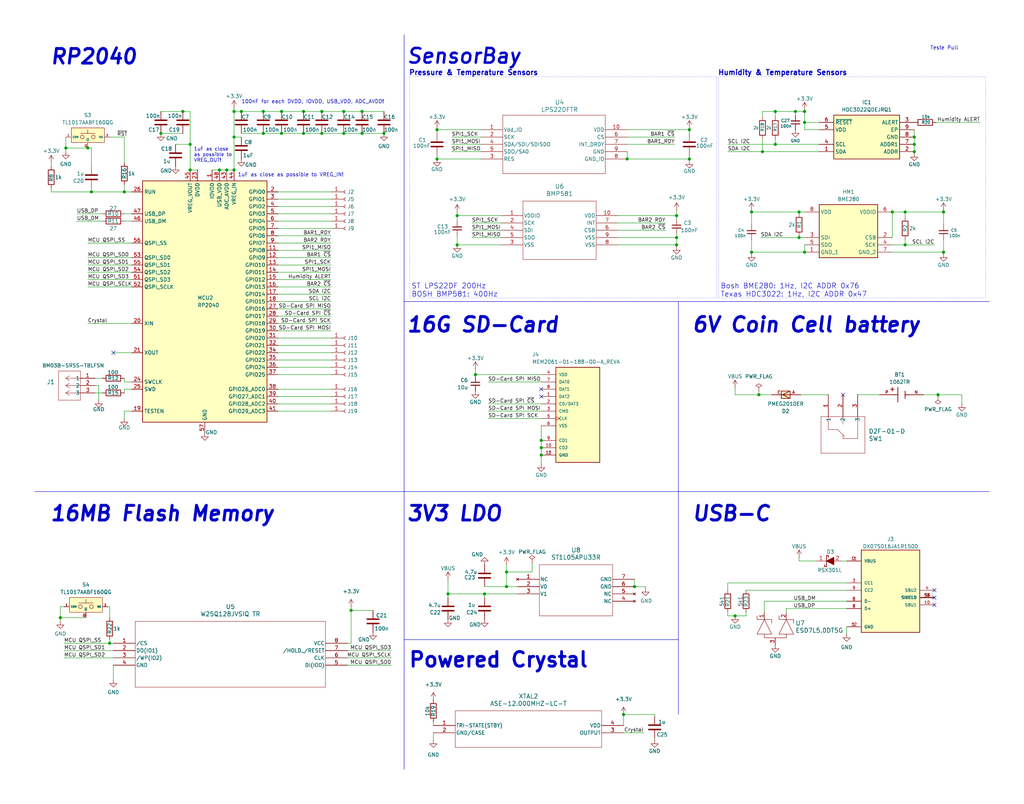
<source format=kicad_sch>
(kicad_sch (version 20250114) (generator "eeschema") (generator_version "9.0")
  (paper "User" 355.6 279.4)
  (title_block (title "PocketStat") (date "2025-02-25") (rev "1.0") (company "Porto Space Team") (comment 1 "Miguel Amorim"))
  (rectangle (start 249.555 26.67) (end 342.265 103.505) (stroke (width 0) (type dot)))
  (rectangle (start 142.24 26.67) (end 248.92 103.505) (stroke (width 0) (type dot)))
  (text "ST LPS22DF 200Hz\nBOSH BMP581: 400Hz" (at 142.875 100.965 0) (effects (font (size 1.778 1.778)) (justify left)))
  (text "SensorBay" (at 140.97 19.685 0) (effects (font (size 5.08 5.08) (thickness 0.8636) (bold yes) (italic yes)) (justify left)))
  (text "100nF for each DVDD, IOVDD, USB_VDD, ADC_AVDD!" (at 83.82 36.195 0) (effects (font (size 1.27 1.27)) (justify left bottom)))
  (text "3V3 LDO" (at 140.97 181.61 0) (effects (font (size 5.08 5.08) (bold yes) (italic yes)) (justify left bottom)))
  (text "RP2040" (at 17.145 22.86 0) (effects (font (size 5.08 5.08) (thickness 1) (bold yes) (italic yes)) (justify left bottom)))
  (text "USB-C" (at 240.03 181.61 0) (effects (font (size 5.08 5.08) (bold yes) (italic yes)) (justify left bottom)))
  (text "Powered Crystal" (at 141.605 232.41 0) (effects (font (size 5.08 5.08) (bold yes)) (justify left bottom)))
  (text "Humidity & Temperature Sensors" (at 271.78 25.4 0) (effects (font (size 1.778 1.778) (thickness 0.3556) (bold yes))))
  (text "16G SD-Card" (at 140.97 113.03 0) (effects (font (size 5.08 5.08) (thickness 1.016) (bold yes) (italic yes)) (justify left)))
  (text "6V Coin Cell battery\n" (at 240.03 113.03 0) (effects (font (size 5.08 5.08) (thickness 1.016) (bold yes) (italic yes)) (justify left)))
  (text "Pressure & Temperature Sensors" (at 164.465 25.4 0) (effects (font (size 1.778 1.778) (thickness 0.3556) (bold yes))))
  (text "16MB Flash Memory" (at 17.145 181.61 0) (effects (font (size 5.08 5.08) (bold yes) (italic yes)) (justify left bottom)))
  (text "Bosh BME280: 1Hz, I2C ADDR 0x76\nTexas HDC3022: 1Hz, I2C ADDR 0x47" (at 250.19 100.965 0) (effects (font (size 1.778 1.778)) (justify left)))
  (text "1uF as close \nas possible to \nVREG_OUT!" (at 67.31 56.515 0) (effects (font (size 1.2 1.2)) (justify left bottom)))
  (text "Teste Pull\n" (at 327.914 16.764 0) (effects (font (size 1.27 1.27))))
  (text "1uF as close as possible to VREG_IN!" (at 82.55 61.595 0) (effects (font (size 1.27 1.27)) (justify left bottom)))
  (junction (at 309.88 73.66))
  (junction (at 22.86 51.435))
  (junction (at 125.73 46.355))
  (junction (at 234.95 82.55))
  (junction (at 327.66 87.63))
  (junction (at 269.24 38.735))
  (junction (at 111.76 38.735))
  (junction (at 277.495 73.66))
  (junction (at 260.985 73.66))
  (junction (at 217.805 55.245))
  (junction (at 83.82 38.735))
  (junction (at 121.92 212.09))
  (junction (at 279.4 42.545))
  (junction (at 260.985 87.63))
  (junction (at 255.27 213.995))
  (junction (at 43.18 66.675))
  (junction (at 314.325 73.66))
  (junction (at 111.76 46.355))
  (junction (at 317.5 52.705))
  (junction (at 277.495 82.55))
  (junction (at 66.04 50.165))
  (junction (at 63.5 38.735))
  (junction (at 168.275 206.375))
  (junction (at 105.41 46.355))
  (junction (at 165.1 130.175))
  (junction (at 31.75 66.675))
  (junction (at 78.74 59.055))
  (junction (at 38.1 223.52))
  (junction (at 216.535 248.285))
  (junction (at 234.95 85.09))
  (junction (at 263.525 137.16))
  (junction (at 91.44 46.355))
  (junction (at 81.28 59.055))
  (junction (at 76.2 59.055))
  (junction (at 317.5 47.625))
  (junction (at 119.38 46.355))
  (junction (at 155.575 206.375))
  (junction (at 187.96 153.035))
  (junction (at 97.79 46.355))
  (junction (at 66.04 59.055))
  (junction (at 239.395 55.245))
  (junction (at 175.895 203.835))
  (junction (at 314.325 85.09))
  (junction (at 55.88 46.355))
  (junction (at 175.895 198.755))
  (junction (at 151.765 45.085))
  (junction (at 187.96 158.115))
  (junction (at 105.41 38.735))
  (junction (at 158.75 74.93))
  (junction (at 133.35 46.355))
  (junction (at 97.79 38.735))
  (junction (at 81.28 47.625))
  (junction (at 91.44 38.735))
  (junction (at 269.24 50.165))
  (junction (at 327.66 73.66))
  (junction (at 187.96 155.575))
  (junction (at 20.955 214.63))
  (junction (at 276.225 38.735))
  (junction (at 158.75 85.09))
  (junction (at 30.48 51.435))
  (junction (at 239.395 45.085))
  (junction (at 279.4 87.63))
  (junction (at 325.755 137.16))
  (junction (at 317.5 50.165))
  (junction (at 234.95 74.93))
  (junction (at 220.345 203.835))
  (junction (at 279.4 38.735))
  (junction (at 264.795 52.705))
  (junction (at 125.73 38.735))
  (junction (at 81.28 38.735))
  (junction (at 119.38 38.735))
  (junction (at 151.765 55.245))
  (no_connect (at 39.37 122.555))
  (no_connect (at 324.485 205.105))
  (no_connect (at 292.735 137.16))
  (no_connect (at 324.485 210.185))
  (no_connect (at 324.485 207.645))
  (no_connect (at 187.96 137.795))
  (no_connect (at 187.96 135.255))
  (wire (pts (xy 73.66 59.055) (xy 76.2 59.055)))
  (wire (pts (xy 265.43 208.915) (xy 265.43 212.725)))
  (wire (pts (xy 96.52 130.175) (xy 114.935 130.175)))
  (wire (pts (xy 234.95 81.28) (xy 234.95 82.55)))
  (wire (pts (xy 239.395 55.245) (xy 239.395 53.975)))
  (wire (pts (xy 217.805 50.165) (xy 234.315 50.165)))
  (wire (pts (xy 66.04 50.165) (xy 66.04 38.735)))
  (wire (pts (xy 22.86 51.435) (xy 22.86 52.705)))
  (wire (pts (xy 168.275 207.645) (xy 168.275 206.375)))
  (wire (pts (xy 38.1 210.82) (xy 38.1 214.63)))
  (wire (pts (xy 277.495 82.55) (xy 279.4 82.55)))
  (wire (pts (xy 269.24 38.735) (xy 276.225 38.735)))
  (wire (pts (xy 187.96 158.115) (xy 187.96 155.575)))
  (wire (pts (xy 187.96 158.115) (xy 187.96 161.29)))
  (wire (pts (xy 120.65 228.6) (xy 135.89 228.6)))
  (wire (pts (xy 276.225 40.005) (xy 276.225 38.735)))
  (wire (pts (xy 96.52 71.755) (xy 114.935 71.755)))
  (wire (pts (xy 81.28 38.735) (xy 81.28 47.625)))
  (wire (pts (xy 43.18 74.295) (xy 45.72 74.295)))
  (wire (pts (xy 96.52 127.635) (xy 114.935 127.635)))
  (wire (pts (xy 125.73 38.735) (xy 133.35 38.735)))
  (wire (pts (xy 239.395 55.88) (xy 239.395 55.245)))
  (wire (pts (xy 273.05 211.455) (xy 273.05 212.725)))
  (wire (pts (xy 169.545 140.335) (xy 187.96 140.335)))
  (wire (pts (xy 20.955 210.82) (xy 20.955 214.63)))
  (wire (pts (xy 30.48 97.155) (xy 45.72 97.155)))
  (wire (pts (xy 39.37 231.14) (xy 39.37 236.22)))
  (wire (pts (xy 120.65 226.06) (xy 135.89 226.06)))
  (wire (pts (xy 96.52 79.375) (xy 114.935 79.375)))
  (wire (pts (xy 20.955 214.63) (xy 29.845 214.63)))
  (wire (pts (xy 33.02 136.525) (xy 35.56 136.525)))
  (wire (pts (xy 43.18 142.875) (xy 45.72 142.875)))
  (wire (pts (xy 260.985 73.66) (xy 277.495 73.66)))
  (wire (pts (xy 96.52 74.295) (xy 114.935 74.295)))
  (wire (pts (xy 81.28 47.625) (xy 81.28 59.055)))
  (wire (pts (xy 309.88 85.09) (xy 314.325 85.09)))
  (wire (pts (xy 325.12 42.545) (xy 340.36 42.545)))
  (wire (pts (xy 277.495 194.945) (xy 283.21 194.945)))
  (wire (pts (xy 31.75 51.435) (xy 30.48 51.435)))
  (wire (pts (xy 96.52 81.915) (xy 114.935 81.915)))
  (wire (pts (xy 314.325 83.185) (xy 314.325 85.09)))
  (wire (pts (xy 314.325 73.66) (xy 327.66 73.66)))
  (wire (pts (xy 273.05 211.455) (xy 294.005 211.455)))
  (wire (pts (xy 168.275 206.375) (xy 179.705 206.375)))
  (wire (pts (xy 169.545 145.415) (xy 187.96 145.415)))
  (wire (pts (xy 264.795 38.735) (xy 264.795 40.64)))
  (wire (pts (xy 317.5 47.625) (xy 317.5 50.165)))
  (wire (pts (xy 39.37 122.555) (xy 45.72 122.555)))
  (wire (pts (xy 163.83 80.01) (xy 173.99 80.01)))
  (wire (pts (xy 96.52 125.095) (xy 114.935 125.095)))
  (wire (pts (xy 317.5 45.085) (xy 317.5 47.625)))
  (wire (pts (xy 279.4 85.09) (xy 279.4 87.63)))
  (wire (pts (xy 96.52 69.215) (xy 114.935 69.215)))
  (wire (pts (xy 66.04 59.055) (xy 68.58 59.055)))
  (wire (pts (xy 234.95 73.025) (xy 234.95 74.93)))
  (wire (pts (xy 255.27 213.995) (xy 252.73 213.995)))
  (wire (pts (xy 255.27 134.62) (xy 255.27 137.16)))
  (wire (pts (xy 167.005 55.245) (xy 151.765 55.245)))
  (wire (pts (xy 217.805 55.245) (xy 239.395 55.245)))
  (wire (pts (xy 96.52 120.015) (xy 114.935 120.015)))
  (wire (pts (xy 175.895 196.215) (xy 175.895 198.755)))
  (wire (pts (xy 294.005 220.345) (xy 294.005 217.805)))
  (wire (pts (xy 327.66 87.63) (xy 327.66 88.265)))
  (wire (pts (xy 187.96 147.955) (xy 187.96 153.035)))
  (wire (pts (xy 234.95 74.93) (xy 234.95 76.2)))
  (wire (pts (xy 91.44 46.355) (xy 97.79 46.355)))
  (wire (pts (xy 30.48 84.455) (xy 45.72 84.455)))
  (wire (pts (xy 96.52 122.555) (xy 114.935 122.555)))
  (wire (pts (xy 97.79 38.735) (xy 91.44 38.735)))
  (wire (pts (xy 43.18 145.415) (xy 43.18 142.875)))
  (wire (pts (xy 43.18 136.525) (xy 43.18 135.255)))
  (wire (pts (xy 31.75 51.435) (xy 31.75 57.785)))
  (wire (pts (xy 325.755 137.16) (xy 325.755 137.795)))
  (wire (pts (xy 325.755 137.16) (xy 334.01 137.16)))
  (wire (pts (xy 31.75 66.675) (xy 17.78 66.675)))
  (wire (pts (xy 264.795 52.705) (xy 284.48 52.705)))
  (wire (pts (xy 269.24 48.26) (xy 269.24 50.165)))
  (wire (pts (xy 151.765 44.45) (xy 151.765 45.085)))
  (wire (pts (xy 55.88 46.355) (xy 63.5 46.355)))
  (wire (pts (xy 96.52 99.695) (xy 114.935 99.695)))
  (wire (pts (xy 96.52 94.615) (xy 114.935 94.615)))
  (polyline (pts (xy 140.335 12.065) (xy 140.335 104.775)))
  (wire (pts (xy 317.5 50.165) (xy 317.5 52.705)))
  (wire (pts (xy 292.1 194.945) (xy 294.005 194.945)))
  (wire (pts (xy 125.73 38.735) (xy 119.38 38.735)))
  (wire (pts (xy 55.88 38.735) (xy 63.5 38.735)))
  (wire (pts (xy 96.52 137.795) (xy 114.935 137.795)))
  (wire (pts (xy 327.66 78.105) (xy 327.66 73.66)))
  (wire (pts (xy 279.4 38.735) (xy 279.4 38.1)))
  (wire (pts (xy 26.67 74.295) (xy 35.56 74.295)))
  (polyline (pts (xy 140.335 222.25) (xy 235.585 222.25)))
  (wire (pts (xy 263.525 137.16) (xy 267.97 137.16)))
  (wire (pts (xy 234.95 85.725) (xy 234.95 85.09)))
  (wire (pts (xy 214.63 77.47) (xy 231.14 77.47)))
  (polyline (pts (xy 140.335 104.775) (xy 140.335 267.335)))
  (wire (pts (xy 96.52 102.235) (xy 114.935 102.235)))
  (wire (pts (xy 151.765 45.085) (xy 167.005 45.085)))
  (wire (pts (xy 220.345 201.295) (xy 220.345 203.835)))
  (wire (pts (xy 121.92 212.09) (xy 129.54 212.09)))
  (wire (pts (xy 96.52 135.255) (xy 114.935 135.255)))
  (wire (pts (xy 175.895 203.835) (xy 179.705 203.835)))
  (wire (pts (xy 263.525 137.16) (xy 255.27 137.16)))
  (wire (pts (xy 30.48 112.395) (xy 45.72 112.395)))
  (wire (pts (xy 163.83 77.47) (xy 173.99 77.47)))
  (wire (pts (xy 214.63 82.55) (xy 234.95 82.55)))
  (wire (pts (xy 277.495 73.66) (xy 279.4 73.66)))
  (wire (pts (xy 175.895 198.755) (xy 184.785 198.755)))
  (wire (pts (xy 81.28 37.465) (xy 81.28 38.735)))
  (wire (pts (xy 227.33 256.54) (xy 227.33 257.175)))
  (wire (pts (xy 277.495 73.66) (xy 277.495 74.295)))
  (wire (pts (xy 96.52 114.935) (xy 114.935 114.935)))
  (wire (pts (xy 217.805 45.085) (xy 239.395 45.085)))
  (wire (pts (xy 165.1 128.27) (xy 165.1 130.175)))
  (wire (pts (xy 97.79 46.355) (xy 105.41 46.355)))
  (wire (pts (xy 216.535 248.285) (xy 227.33 248.285)))
  (wire (pts (xy 214.63 85.09) (xy 234.95 85.09)))
  (wire (pts (xy 158.75 85.09) (xy 173.99 85.09)))
  (wire (pts (xy 125.73 46.355) (xy 133.35 46.355)))
  (wire (pts (xy 30.48 92.075) (xy 45.72 92.075)))
  (wire (pts (xy 34.29 133.985) (xy 34.29 139.065)))
  (wire (pts (xy 22.225 210.82) (xy 20.955 210.82)))
  (wire (pts (xy 279.4 42.545) (xy 279.4 45.085)))
  (wire (pts (xy 91.44 38.735) (xy 83.82 38.735)))
  (wire (pts (xy 38.1 47.625) (xy 43.18 47.625)))
  (wire (pts (xy 43.18 66.675) (xy 45.72 66.675)))
  (polyline (pts (xy 140.335 170.815) (xy 343.535 170.815)))
  (wire (pts (xy 158.75 81.915) (xy 158.75 85.09)))
  (wire (pts (xy 43.18 47.625) (xy 43.18 56.515)))
  (wire (pts (xy 214.63 80.01) (xy 231.14 80.01)))
  (wire (pts (xy 327.66 73.025) (xy 327.66 73.66)))
  (wire (pts (xy 96.52 66.675) (xy 114.935 66.675)))
  (wire (pts (xy 66.04 38.735) (xy 63.5 38.735)))
  (wire (pts (xy 20.955 214.63) (xy 20.955 215.9)))
  (wire (pts (xy 317.5 52.705) (xy 317.5 53.34)))
  (wire (pts (xy 216.535 248.285) (xy 216.535 252.095)))
  (wire (pts (xy 305.435 137.16) (xy 297.815 137.16)))
  (wire (pts (xy 111.76 38.735) (xy 105.41 38.735)))
  (wire (pts (xy 96.52 142.875) (xy 114.935 142.875)))
  (wire (pts (xy 260.985 73.025) (xy 260.985 73.66)))
  (wire (pts (xy 30.48 51.435) (xy 22.86 51.435)))
  (wire (pts (xy 39.37 228.6) (xy 22.225 228.6)))
  (wire (pts (xy 83.82 46.355) (xy 91.44 46.355)))
  (wire (pts (xy 96.52 107.315) (xy 114.935 107.315)))
  (wire (pts (xy 156.845 52.705) (xy 167.005 52.705)))
  (wire (pts (xy 66.04 50.165) (xy 66.04 59.055)))
  (wire (pts (xy 96.52 84.455) (xy 114.935 84.455)))
  (wire (pts (xy 33.02 131.445) (xy 35.56 131.445)))
  (wire (pts (xy 264.795 38.735) (xy 269.24 38.735)))
  (polyline (pts (xy 12.065 170.815) (xy 140.335 170.815)))
  (wire (pts (xy 327.66 83.185) (xy 327.66 87.63)))
  (wire (pts (xy 30.48 89.535) (xy 45.72 89.535)))
  (wire (pts (xy 158.75 73.66) (xy 158.75 74.93)))
  (wire (pts (xy 294.005 205.105) (xy 259.08 205.105)))
  (wire (pts (xy 269.24 50.165) (xy 284.48 50.165)))
  (wire (pts (xy 43.18 132.715) (xy 45.72 132.715)))
  (wire (pts (xy 43.18 76.835) (xy 45.72 76.835)))
  (wire (pts (xy 60.96 50.165) (xy 66.04 50.165)))
  (wire (pts (xy 96.52 86.995) (xy 114.935 86.995)))
  (wire (pts (xy 83.82 38.735) (xy 81.28 38.735)))
  (wire (pts (xy 278.13 137.16) (xy 287.655 137.16)))
  (wire (pts (xy 314.325 73.66) (xy 314.325 75.565)))
  (wire (pts (xy 234.95 82.55) (xy 234.95 85.09)))
  (wire (pts (xy 26.67 76.835) (xy 35.56 76.835)))
  (wire (pts (xy 96.52 89.535) (xy 114.935 89.535)))
  (wire (pts (xy 17.78 66.675) (xy 17.78 65.405)))
  (wire (pts (xy 259.08 213.995) (xy 255.27 213.995)))
  (wire (pts (xy 309.88 73.66) (xy 309.88 82.55)))
  (wire (pts (xy 22.86 47.625) (xy 22.86 51.435)))
  (wire (pts (xy 155.575 206.375) (xy 168.275 206.375)))
  (wire (pts (xy 96.52 117.475) (xy 114.935 117.475)))
  (wire (pts (xy 96.52 92.075) (xy 114.935 92.075)))
  (wire (pts (xy 320.675 137.16) (xy 325.755 137.16)))
  (wire (pts (xy 252.73 205.105) (xy 252.73 202.565)))
  (wire (pts (xy 17.78 56.515) (xy 17.78 57.785)))
  (wire (pts (xy 31.75 66.675) (xy 31.75 65.405)))
  (wire (pts (xy 227.33 248.285) (xy 227.33 248.92)))
  (wire (pts (xy 119.38 46.355) (xy 125.73 46.355)))
  (wire (pts (xy 81.28 47.625) (xy 83.82 47.625)))
  (wire (pts (xy 96.52 140.335) (xy 114.935 140.335)))
  (wire (pts (xy 39.37 226.06) (xy 22.225 226.06)))
  (wire (pts (xy 252.73 213.995) (xy 252.73 212.725)))
  (wire (pts (xy 151.765 53.975) (xy 151.765 55.245)))
  (wire (pts (xy 96.52 76.835) (xy 114.935 76.835)))
  (wire (pts (xy 217.805 52.705) (xy 217.805 55.245)))
  (wire (pts (xy 96.52 104.775) (xy 114.935 104.775)))
  (wire (pts (xy 111.76 46.355) (xy 119.38 46.355)))
  (wire (pts (xy 43.18 64.135) (xy 43.18 66.675)))
  (wire (pts (xy 259.08 212.725) (xy 259.08 213.995)))
  (wire (pts (xy 150.495 250.825) (xy 150.495 252.095)))
  (wire (pts (xy 31.75 66.675) (xy 43.18 66.675)))
  (wire (pts (xy 175.895 198.755) (xy 175.895 203.835)))
  (wire (pts (xy 155.575 206.375) (xy 155.575 207.645)))
  (wire (pts (xy 38.1 222.25) (xy 38.1 223.52)))
  (wire (pts (xy 265.43 208.915) (xy 294.005 208.915)))
  (wire (pts (xy 119.38 38.735) (xy 111.76 38.735)))
  (wire (pts (xy 105.41 46.355) (xy 111.76 46.355)))
  (wire (pts (xy 96.52 112.395) (xy 114.935 112.395)))
  (wire (pts (xy 169.545 132.715) (xy 187.96 132.715)))
  (wire (pts (xy 264.16 82.55) (xy 277.495 82.55)))
  (wire (pts (xy 224.155 203.835) (xy 220.345 203.835)))
  (wire (pts (xy 314.325 85.09) (xy 324.485 85.09)))
  (wire (pts (xy 260.985 87.63) (xy 260.985 88.265)))
  (wire (pts (xy 158.75 76.835) (xy 158.75 74.93)))
  (wire (pts (xy 260.985 78.105) (xy 260.985 73.66)))
  (wire (pts (xy 263.525 135.89) (xy 263.525 137.16)))
  (wire (pts (xy 217.805 47.625) (xy 234.315 47.625)))
  (wire (pts (xy 121.92 212.09) (xy 121.92 210.82)))
  (wire (pts (xy 38.1 210.82) (xy 37.465 210.82)))
  (wire (pts (xy 33.02 133.985) (xy 34.29 133.985)))
  (wire (pts (xy 150.495 254.635) (xy 150.495 257.175)))
  (wire (pts (xy 214.63 74.93) (xy 234.95 74.93)))
  (wire (pts (xy 284.48 45.085) (xy 279.4 45.085)))
  (wire (pts (xy 38.1 223.52) (xy 39.37 223.52)))
  (wire (pts (xy 96.52 109.855) (xy 114.935 109.855)))
  (wire (pts (xy 277.495 193.675) (xy 277.495 194.945)))
  (wire (pts (xy 155.575 201.295) (xy 155.575 206.375)))
  (wire (pts (xy 168.275 203.835) (xy 175.895 203.835)))
  (wire (pts (xy 163.83 82.55) (xy 173.99 82.55)))
  (wire (pts (xy 121.92 223.52) (xy 121.92 212.09)))
  (wire (pts (xy 184.785 198.755) (xy 184.785 195.58)))
  (wire (pts (xy 120.65 223.52) (xy 121.92 223.52)))
  (wire (pts (xy 309.88 73.66) (xy 314.325 73.66)))
  (wire (pts (xy 187.96 153.035) (xy 187.96 155.575)))
  (wire (pts (xy 279.4 42.545) (xy 284.48 42.545)))
  (wire (pts (xy 22.225 223.52) (xy 38.1 223.52)))
  (wire (pts (xy 239.395 44.45) (xy 239.395 45.085)))
  (wire (pts (xy 276.225 38.735) (xy 279.4 38.735)))
  (wire (pts (xy 43.18 135.255) (xy 45.72 135.255)))
  (wire (pts (xy 224.155 204.47) (xy 224.155 203.835)))
  (wire (pts (xy 158.75 74.93) (xy 173.99 74.93)))
  (wire (pts (xy 279.4 38.735) (xy 279.4 42.545)))
  (wire (pts (xy 43.18 132.715) (xy 43.18 131.445)))
  (wire (pts (xy 260.985 83.185) (xy 260.985 87.63)))
  (polyline (pts (xy 140.335 104.775) (xy 343.535 104.775)))
  (wire (pts (xy 277.495 81.915) (xy 277.495 82.55)))
  (wire (pts (xy 260.985 87.63) (xy 279.4 87.63)))
  (wire (pts (xy 76.2 59.055) (xy 78.74 59.055)))
  (wire (pts (xy 264.795 48.26) (xy 264.795 52.705)))
  (wire (pts (xy 309.88 87.63) (xy 327.66 87.63)))
  (wire (pts (xy 269.24 38.735) (xy 269.24 40.64)))
  (wire (pts (xy 96.52 97.155) (xy 114.935 97.155)))
  (wire (pts (xy 156.845 50.165) (xy 167.005 50.165)))
  (wire (pts (xy 334.01 137.16) (xy 334.01 140.335)))
  (wire (pts (xy 165.1 130.175) (xy 187.96 130.175)))
  (wire (pts (xy 120.65 231.14) (xy 135.89 231.14)))
  (wire (pts (xy 30.48 99.695) (xy 45.72 99.695)))
  (wire (pts (xy 169.545 142.875) (xy 187.96 142.875)))
  (polyline (pts (xy 235.585 104.775) (xy 235.585 248.285)))
  (wire (pts (xy 239.395 45.085) (xy 239.395 46.355)))
  (wire (pts (xy 156.845 47.625) (xy 167.005 47.625)))
  (wire (pts (xy 252.73 52.705) (xy 264.795 52.705)))
  (wire (pts (xy 105.41 38.735) (xy 97.79 38.735)))
  (wire (pts (xy 165.1 130.175) (xy 165.1 130.81)))
  (wire (pts (xy 78.74 59.055) (xy 81.28 59.055)))
  (wire (pts (xy 252.73 202.565) (xy 294.005 202.565)))
  (wire (pts (xy 216.535 254.635) (xy 223.52 254.635)))
  (wire (pts (xy 252.73 50.165) (xy 269.24 50.165)))
  (wire (pts (xy 151.765 46.355) (xy 151.765 45.085)))
  (wire (pts (xy 30.48 94.615) (xy 45.72 94.615)))
  (label "Crystal" (at 30.48 112.395 0))
  (label "SD-Card SPI ~{CS}" (at 114.935 109.855 180))
  (label "SCL I2C" (at 324.485 85.09 180))
  (label "MCU QSPI_SD3" (at 30.48 97.155 0))
  (label "MCU QSPI_SCLK" (at 135.89 228.6 180))
  (label "MCU QSPI_SD2" (at 30.48 94.615 0))
  (label "MCU QSPI_SD0" (at 30.48 89.535 0))
  (label "USB_DP" (at 275.59 211.455 0))
  (label "SPI1_MOSI" (at 156.845 50.165 0))
  (label "MCU QSPI_SS" (at 22.225 223.52 0))
  (label "BAR2 ~{CS}" (at 114.935 99.695 180))
  (label "MCU QSPI_SCLK" (at 30.48 99.695 0))
  (label "MCU QSPI_SD2" (at 22.225 228.6 0))
  (label "SD-Card SPI MOSI" (at 114.935 114.935 180))
  (label "SDA I2C" (at 252.73 52.705 0))
  (label "SD-Card SPI SCK" (at 114.935 112.395 180))
  (label "MCU QSPI_SS" (at 30.48 84.455 0))
  (label "MCU QSPI_SD1" (at 22.225 226.06 0))
  (label "USB_DP" (at 26.67 74.295 0))
  (label "SPI1_MISO" (at 163.83 82.55 0))
  (label "Humidity ALERT" (at 114.935 97.155 180))
  (label "BAR2 RDY" (at 114.935 84.455 180))
  (label "SD-Card SPI SCK" (at 169.545 145.415 0))
  (label "SPI1_SCK" (at 163.83 77.47 0))
  (label "SPI1_MOSI" (at 163.83 80.01 0))
  (label "SCL I2C" (at 252.73 50.165 0))
  (label "SD-Card SPI MOSI" (at 169.545 142.875 0))
  (label "SPI1_MISO" (at 156.845 52.705 0))
  (label "SPI1_MISO" (at 114.935 86.995 180))
  (label "BAR2 ~{CS}" (at 231.14 80.01 180))
  (label "SD-Card SPI MISO" (at 169.545 132.715 0))
  (label "Humidity ALERT" (at 340.36 42.545 180))
  (label "SDA I2C" (at 114.935 102.235 180))
  (label "BAR1_RDY" (at 114.935 81.915 180))
  (label "SPI1_SCK" (at 156.845 47.625 0))
  (label "SDA I2C" (at 264.16 82.55 0))
  (label "SCL I2C" (at 114.935 104.775 180))
  (label "SD-Card SPI ~{CS}" (at 169.545 140.335 0))
  (label "MCU QSPI_SD1" (at 30.48 92.075 0))
  (label "BAR2 RDY" (at 231.14 77.47 180))
  (label "SPI1_MOSI" (at 114.935 94.615 180))
  (label "SPI1_SCK" (at 114.935 92.075 180))
  (label "USB_DM" (at 26.67 76.835 0))
  (label "BAR1 ~{CS}" (at 234.315 47.625 180))
  (label "MCU QSPI_SD0" (at 135.89 231.14 180))
  (label "BAR1 ~{CS}" (at 114.935 89.535 180))
  (label "~{RST}" (at 40.64 47.625 0))
  (label "USB_DM" (at 275.59 208.915 0))
  (label "Crystal" (at 223.52 254.635 180))
  (label "MCU QSPI_SD3" (at 135.89 226.06 180))
  (label "BAR1_RDY" (at 234.315 50.165 180))
  (label "SD-Card SPI MISO" (at 114.935 107.315 180))
  (symbol (lib_id "ESD7L5_Diode:ESD7L5.0DT5G") (at 262.89 224.155 0) (unit 1)
    (property "Reference" "U7" (at 276.225 216.5349 0) (effects (font (size 1.524 1.524)) (justify left)))
    (property "Value" "ESD7L5.0DT5G" (at 276.225 219.0749 0) (effects (font (size 1.524 1.524)) (justify left)))
    (property "Footprint" "ESD7L5-Diode:SOT-723_0P85X1P25_ONS" (effects (hide yes)))
    (property "Datasheet" "ESD7L5.0DT5G" (effects (hide yes)))
  )
  (symbol (lib_id "power:PWR_FLAG") (at 263.525 135.89 0) (unit 1)
    (property "Reference" "#FLG03" (effects (hide yes)))
    (property "Value" "PWR_FLAG" (at 263.525 130.81 0))
    (property "Description" "Special symbol for telling ERC where power comes from" (effects (hide yes)))
  )
  (symbol (lib_id "Connector:Conn_01x01_Socket") (at 120.015 79.375 0) (unit 1)
    (property "Reference" "J9" (at 120.65 79.375 0) (effects (justify left)))
    (property "Value" "Conn_01x01_Socket" (effects (hide yes)))
    (property "Footprint" "Pico_Conn1x1:Pico_01pin" (effects (hide yes)))
    (property "Description" "Generic connector, single row, 01x01, script generated" (effects (hide yes)))
  )
  (symbol (lib_id "Connector:Conn_01x01_Socket") (at 120.015 71.755 0) (unit 1)
    (property "Reference" "J6" (at 120.65 71.755 0) (effects (justify left)))
    (property "Value" "Conn_01x01_Socket" (effects (hide yes)))
    (property "Footprint" "Pico_Conn1x1:Pico_01pin" (effects (hide yes)))
    (property "Description" "Generic connector, single row, 01x01, script generated" (effects (hide yes)))
  )
  (symbol (lib_id "power:GND") (at 60.96 57.785 0) (unit 1)
    (property "Reference" "#PWR010" (effects (hide yes)))
    (property "Value" "GND" (at 57.658 59.309 0))
    (property "Description" "Power symbol creates a global label with name \"GND\" , ground" (effects (hide yes)))
  )
  (symbol (lib_id "power:GND") (at 239.395 55.88 0) (mirror y) (unit 1)
    (property "Reference" "#PWR052" (effects (hide yes)))
    (property "Value" "GND" (at 237.363 59.436 0) (effects (justify right)))
    (property "Description" "Power symbol creates a global label with name \"GND\" , ground" (effects (hide yes)))
  )
  (symbol (lib_id "power:PWR_FLAG") (at 184.785 195.58 0) (unit 1)
    (property "Reference" "#FLG04" (effects (hide yes)))
    (property "Value" "PWR_FLAG" (at 184.785 191.77 0))
    (property "Description" "Special symbol for telling ERC where power comes from" (effects (hide yes)))
  )
  (symbol (lib_id "Device:R") (at 314.325 79.375 0) (mirror y) (unit 1)
    (property "Reference" "R2" (at 314.325 80.645 90) (effects (justify left)))
    (property "Value" "2k" (at 318.135 79.375 0) (effects (justify left)))
    (property "Footprint" "Resistor-0402:RES_0402" (effects (hide yes)))
    (property "Description" "Resistor" (effects (hide yes)))
  )
  (symbol (lib_id "power:GND") (at 39.37 236.22 0) (unit 1)
    (property "Reference" "#PWR061" (effects (hide yes)))
    (property "Value" "GND" (at 39.37 240.538 0))
    (property "Description" "Power symbol creates a global label with name \"GND\" , ground" (effects (hide yes)))
  )
  (symbol (lib_id "Device:R") (at 39.37 136.525 90) (mirror x) (unit 1)
    (property "Reference" "R15" (at 41.275 136.525 90) (effects (justify left)))
    (property "Value" "100" (at 41.148 134.493 90) (effects (justify left)))
    (property "Footprint" "Resistor-0402:RES_0402" (effects (hide yes)))
    (property "Description" "Resistor" (effects (hide yes)))
  )
  (symbol (lib_id "power:GND") (at 260.985 88.265 0) (unit 1)
    (property "Reference" "#PWR027" (effects (hide yes)))
    (property "Value" "GND" (at 260.985 92.075 0))
    (property "Description" "Power symbol creates a global label with name \"GND\" , ground" (effects (hide yes)))
  )
  (symbol (lib_id "Switch_D2F-01:D2F-01-D") (at 287.655 137.16 90) (mirror x) (unit 1)
    (property "Reference" "SW1" (at 301.625 152.4001 90) (effects (font (size 1.524 1.524)) (justify right)))
    (property "Value" "D2F-01-D" (at 301.625 149.8601 90) (effects (font (size 1.524 1.524)) (justify right)))
    (property "Footprint" "Switch D2F-01:D2F-01-D_OMR" (effects (hide yes)))
    (property "Datasheet" "D2F-01-D" (effects (hide yes)))
  )
  (symbol (lib_id "Connector:Conn_01x01_Socket") (at 120.015 130.175 0) (unit 1)
    (property "Reference" "J15" (at 120.65 130.175 0) (effects (justify left)))
    (property "Value" "Conn_01x01_Socket" (effects (hide yes)))
    (property "Footprint" "Pico_Conn1x1:Pico_01pin" (effects (hide yes)))
    (property "Description" "Generic connector, single row, 01x01, script generated" (effects (hide yes)))
  )
  (symbol (lib_id "power:+3.3V") (at 81.28 37.465 0) (unit 1)
    (property "Reference" "#PWR06" (effects (hide yes)))
    (property "Value" "+3.3V" (at 81.28 33.401 0))
    (property "Description" "Power symbol creates a global label with name \"+3.3V\"" (effects (hide yes)))
  )
  (symbol (lib_id "MEM2061-01-188-00-A_REVA:MEM2061-01-188-00-A_REVA") (at 193.04 142.875 0) (unit 1)
    (property "Reference" "J4" (at 184.785 123.19 0) (effects (justify left)))
    (property "Value" "MEM2061-01-188-00-A_REVA" (at 184.785 125.73 0) (effects (justify left)))
    (property "Footprint" "SD-CARD_MEM2061-01-188-00-A:GCT_MEM2061-01-188-00-A_REVA" (effects (hide yes)))
    (property "MF" "Global Connector Technology" (effects (hide yes)))
    (property "Description_1" "\n                        \n                            10 (8 + 2) Position Card Connector microSD Surface Mount, Right Angle Gold\n                        \n" (effects (hide yes)))
    (property "Package" "None" (effects (hide yes)))
    (property "Price" "None" (effects (hide yes)))
    (property "Check_prices" "https://www.snapeda.com/parts/MEM2061-01-188-00-A/Global+Connector+Technology/view-part/?ref=eda" (effects (hide yes)))
    (property "SnapEDA_Link" "https://www.snapeda.com/parts/MEM2061-01-188-00-A/Global+Connector+Technology/view-part/?ref=snap" (effects (hide yes)))
    (property "MP" "MEM2061-01-188-00-A" (effects (hide yes)))
    (property "Availability" "In Stock" (effects (hide yes)))
    (property "MANUFACTURER" "GCT" (effects (hide yes)))
  )
  (symbol (lib_id "Connector:Conn_01x01_Socket") (at 120.015 120.015 0) (unit 1)
    (property "Reference" "J11" (at 120.65 120.015 0) (effects (justify left)))
    (property "Value" "Conn_01x01_Socket" (effects (hide yes)))
    (property "Footprint" "Pico_Conn1x1:Pico_01pin" (effects (hide yes)))
    (property "Description" "Generic connector, single row, 01x01, script generated" (effects (hide yes)))
  )
  (symbol (lib_id "Connector:Conn_01x01_Socket") (at 120.015 69.215 0) (unit 1)
    (property "Reference" "J5" (at 120.65 69.215 0) (effects (justify left)))
    (property "Value" "Conn_01x01_Socket" (effects (hide yes)))
    (property "Footprint" "Pico_Conn1x1:Pico_01pin" (effects (hide yes)))
    (property "Description" "Generic connector, single row, 01x01, script generated" (effects (hide yes)))
  )
  (symbol (lib_id "power:GND") (at 294.005 220.345 0) (mirror y) (unit 1)
    (property "Reference" "#PWR067" (effects (hide yes)))
    (property "Value" "GND" (at 294.005 224.917 0))
    (property "Description" "Power symbol creates a global label with name \"GND\" , ground" (effects (hide yes)))
  )
  (symbol (lib_id "TL1017AABF160QG:TL1017AABF160QG") (at 20.955 214.63 0) (unit 1)
    (property "Reference" "S4" (at 29.845 203.2 0))
    (property "Value" "TL1017AABF160QG" (at 29.845 205.74 0))
    (property "Footprint" "E-Switch_Small:TL1017AABF160QG" (effects (hide yes)))
    (property "Datasheet" "https://configured-product-images.s3.amazonaws.com/2D/specs/TL1017AABF160QG.pdf" (effects (hide yes)))
    (property "Description" "TACT, Surface Mount" (effects (hide yes)))
    (property "Height" "1.7" (effects (hide yes)))
    (property "Mouser Part Number" "612-TL1017AABF160QG" (effects (hide yes)))
    (property "Mouser Price/Stock" "https://www.mouser.co.uk/ProductDetail/E-Switch/TL1017AABF160QG?qs=9vOqFld9vZWEDSBQD0ZM5A%3D%3D" (effects (hide yes)))
    (property "Manufacturer_Name" "E-Switch" (effects (hide yes)))
    (property "Manufacturer_Part_Number" "TL1017AABF160QG" (effects (hide yes)))
  )
  (symbol (lib_id "Device:C") (at 129.54 215.9 0) (unit 1)
    (property "Reference" "C21" (at 130.556 213.868 0) (effects (justify left)))
    (property "Value" "100n" (at 130.048 218.44 0) (effects (justify left)))
    (property "Footprint" "Capacitor-0402:Capacitor_0402" (effects (hide yes)))
    (property "Description" "Unpolarized capacitor" (effects (hide yes)))
  )
  (symbol (lib_id "power:GND") (at 276.225 45.085 0) (unit 1)
    (property "Reference" "#PWR069" (effects (hide yes)))
    (property "Value" "GND" (at 276.225 48.895 0) (effects (font (size 1.016 1.016))))
    (property "Description" "Power symbol creates a global label with name \"GND\" , ground" (effects (hide yes)))
  )
  (symbol (lib_id "Device:C") (at 119.38 42.545 0) (unit 1)
    (property "Reference" "C14" (at 119.38 40.64 0) (effects (justify left)))
    (property "Value" "100n" (at 119.38 45.085 0) (effects (justify left)))
    (property "Footprint" "Capacitor-0402:Capacitor_0402" (effects (hide yes)))
    (property "Description" "Unpolarized capacitor" (effects (hide yes)))
  )
  (symbol (lib_id "Device:R") (at 264.795 44.45 0) (mirror y) (unit 1)
    (property "Reference" "R18" (at 264.795 45.72 90) (effects (font (size 1.016 1.016)) (justify left)))
    (property "Value" "2k" (at 263.525 44.45 0) (effects (font (size 1.016 1.016)) (justify left)))
    (property "Footprint" "Resistor-0402:RES_0402" (effects (hide yes)))
    (property "Description" "Resistor" (effects (hide yes)))
  )
  (symbol (lib_id "Device:C") (at 83.82 51.435 0) (unit 1)
    (property "Reference" "C8" (at 84.836 49.403 0) (effects (justify left)))
    (property "Value" "1uF" (at 84.328 53.975 0) (effects (justify left)))
    (property "Footprint" "Capacitor-0402:Capacitor_0402" (effects (hide yes)))
    (property "Description" "Unpolarized capacitor" (effects (hide yes)))
  )
  (symbol (lib_id "power:+3.3V") (at 121.92 210.82 0) (unit 1)
    (property "Reference" "#PWR071" (effects (hide yes)))
    (property "Value" "+3.3V" (at 121.92 205.486 0))
    (property "Description" "Power symbol creates a global label with name \"+3.3V\"" (effects (hide yes)))
  )
  (symbol (lib_name "BMP581_1") (lib_id "BARO_BMP581:BMP581") (at 173.99 74.93 0) (unit 1)
    (property "Reference" "U6" (at 194.31 64.77 0) (effects (font (size 1.524 1.524))))
    (property "Value" "BMP581" (at 194.31 67.31 0) (effects (font (size 1.524 1.524))))
    (property "Footprint" "BARO BMP581:QFN10_BMP581_BOS" (effects (hide yes)))
    (property "Datasheet" "BMP581" (effects (hide yes)))
  )
  (symbol (lib_id "power:VBUS") (at 255.27 134.62 0) (unit 1)
    (property "Reference" "#PWR04" (effects (hide yes)))
    (property "Value" "VBUS" (at 255.27 130.81 0))
    (property "Description" "Power symbol creates a global label with name \"VBUS\"" (effects (hide yes)))
  )
  (symbol (lib_id "power:GND") (at 22.86 52.705 0) (unit 1)
    (property "Reference" "#PWR037" (effects (hide yes)))
    (property "Value" "GND" (at 22.86 57.023 0))
    (property "Description" "Power symbol creates a global label with name \"GND\" , ground" (effects (hide yes)))
  )
  (symbol (lib_id "power:GND") (at 168.275 215.265 0) (unit 1)
    (property "Reference" "#PWR014" (effects (hide yes)))
    (property "Value" "GND" (at 164.973 217.043 0))
    (property "Description" "Power symbol creates a global label with name \"GND\" , ground" (effects (hide yes)))
  )
  (symbol (lib_id "power:GND") (at 317.5 53.34 0) (unit 1)
    (property "Reference" "#PWR070" (effects (hide yes)))
    (property "Value" "GND" (at 317.5 57.15 0))
    (property "Description" "Power symbol creates a global label with name \"GND\" , ground" (effects (hide yes)))
  )
  (symbol (lib_id "Device:C") (at 168.275 211.455 180) (unit 1)
    (property "Reference" "C24" (at 165.8112 212.8266 0) (effects (justify left)))
    (property "Value" "1u" (at 165.1 210.185 0) (effects (justify left)))
    (property "Footprint" "Capacitor-0402:Capacitor_0402" (effects (hide yes)))
    (property "Description" "Unpolarized capacitor" (effects (hide yes)))
  )
  (symbol (lib_id "power:GND") (at 255.27 213.995 0) (mirror y) (unit 1)
    (property "Reference" "#PWR060" (effects (hide yes)))
    (property "Value" "GND" (at 255.27 217.805 0))
    (property "Description" "Power symbol creates a global label with name \"GND\" , ground" (effects (hide yes)))
  )
  (symbol (lib_id "1062TR:1062TR") (at 313.055 137.16 0) (unit 1)
    (property "Reference" "BT1" (at 312.42 130.175 0))
    (property "Value" "1062TR" (at 312.42 132.715 0))
    (property "Footprint" "1062TR:BAT_1062TR" (effects (hide yes)))
    (property "MF" "Keystone Electronics" (effects (hide yes)))
    (property "MAXIMUM_PACKAGE_HEIGHT" "7.37mm" (effects (hide yes)))
    (property "Package" "None" (effects (hide yes)))
    (property "Price" "None" (effects (hide yes)))
    (property "Check_prices" "https://www.snapeda.com/parts/1062TR/Keystone/view-part/?ref=eda" (effects (hide yes)))
    (property "STANDARD" "Manufacturer Recommendations" (effects (hide yes)))
    (property "PARTREV" "F" (effects (hide yes)))
    (property "SnapEDA_Link" "https://www.snapeda.com/parts/1062TR/Keystone/view-part/?ref=snap" (effects (hide yes)))
    (property "MP" "1062TR" (effects (hide yes)))
    (property "Description_1" "\n                        \n                            Batter Holder; SMT; HD; For 20mm Cell; Tin-Nickel Plated | Keystone Electronics 1062TR\n                        \n" (effects (hide yes)))
    (property "MANUFACTURER" "Keystone" (effects (hide yes)))
    (property "Availability" "In Stock" (effects (hide yes)))
    (property "SNAPEDA_PN" "1061" (effects (hide yes)))
  )
  (symbol (lib_id "power:+3.3V") (at 279.4 38.1 0) (unit 1)
    (property "Reference" "#PWR090" (effects (hide yes)))
    (property "Value" "+3.3V" (at 279.4 34.29 0))
    (property "Description" "Power symbol creates a global label with name \"+3.3V\"" (effects (hide yes)))
  )
  (symbol (lib_id "power:GND") (at 71.12 150.495 0) (unit 1)
    (property "Reference" "#PWR047" (effects (hide yes)))
    (property "Value" "GND" (at 73.406 150.241 0))
    (property "Description" "Power symbol creates a global label with name \"GND\" , ground" (effects (hide yes)))
  )
  (symbol (lib_id "power:GND") (at 227.33 257.175 0) (unit 1)
    (property "Reference" "#PWR016" (effects (hide yes)))
    (property "Value" "GND" (at 227.33 260.985 0))
    (property "Description" "Power symbol creates a global label with name \"GND\" , ground" (effects (hide yes)))
  )
  (symbol (lib_id "HDC3022QDEJRQ1:HDC3022QDEJRQ1") (at 284.48 42.545 0) (unit 1)
    (property "Reference" "IC1" (at 300.99 35.56 0))
    (property "Value" "HDC3022QDEJRQ1" (at 300.99 38.1 0))
    (property "Footprint" "HDC3022QDEJRQ1:HDC3022QDEJRQ1" (effects (hide yes)))
    (property "Datasheet" "https://www.ti.com/lit/ds/symlink/hdc3020-q1.pdf" (effects (hide yes)))
    (property "Description" "Board Mount Humidity Sensors Automotive 0.5% RH digital humidity sensor with permanent IP67 filter 8-WSON -40 to 125" (effects (hide yes)))
    (property "Height" "0.8" (effects (hide yes)))
    (property "Mouser Part Number" "595-HDC3022QDEJRQ1" (effects (hide yes)))
    (property "Mouser Price/Stock" "https://www.mouser.co.uk/ProductDetail/Texas-Instruments/HDC3022QDEJRQ1?qs=9vOqFld9vZWrRHHeNDsk2Q%3D%3D" (effects (hide yes)))
    (property "Manufacturer_Name" "Texas Instruments" (effects (hide yes)))
    (property "Manufacturer_Part_Number" "HDC3022QDEJRQ1" (effects (hide yes)))
  )
  (symbol (lib_id "power:GND") (at 129.54 219.71 0) (unit 1)
    (property "Reference" "#PWR011" (effects (hide yes)))
    (property "Value" "GND" (at 126.365 222.25 0))
    (property "Description" "Power symbol creates a global label with name \"GND\" , ground" (effects (hide yes)))
  )
  (symbol (lib_id "Connector:Conn_01x01_Socket") (at 120.015 135.255 0) (unit 1)
    (property "Reference" "J16" (at 120.65 135.255 0) (effects (justify left)))
    (property "Value" "Conn_01x01_Socket" (effects (hide yes)))
    (property "Footprint" "Pico_Conn1x1:Pico_01pin" (effects (hide yes)))
    (property "Description" "Generic connector, single row, 01x01, script generated" (effects (hide yes)))
  )
  (symbol (lib_id "Connector:Conn_01x01_Socket") (at 120.015 142.875 0) (unit 1)
    (property "Reference" "J19" (at 120.65 142.875 0) (effects (justify left)))
    (property "Value" "Conn_01x01_Socket" (effects (hide yes)))
    (property "Footprint" "Pico_Conn1x1:Pico_01pin" (effects (hide yes)))
    (property "Description" "Generic connector, single row, 01x01, script generated" (effects (hide yes)))
  )
  (symbol (lib_id "Device:R") (at 252.73 208.915 0) (mirror x) (unit 1)
    (property "Reference" "R21" (at 252.73 207.01 90) (effects (justify left)))
    (property "Value" "5k1" (at 250.698 207.137 90) (effects (justify left)))
    (property "Footprint" "Resistor-0805:RES_0805" (effects (hide yes)))
    (property "Description" "Resistor" (effects (hide yes)))
  )
  (symbol (lib_id "Device:C") (at 55.88 42.545 180) (unit 1)
    (property "Reference" "C17" (at 55.372 45.085 0) (effects (justify left)))
    (property "Value" "100n" (at 55.626 40.259 0) (effects (justify left)))
    (property "Footprint" "Capacitor-0402:Capacitor_0402" (effects (hide yes)))
    (property "Description" "Unpolarized capacitor" (effects (hide yes)))
  )
  (symbol (lib_id "power:GND") (at 55.88 46.355 0) (unit 1)
    (property "Reference" "#PWR09" (effects (hide yes)))
    (property "Value" "GND" (at 59.69 48.133 0))
    (property "Description" "Power symbol creates a global label with name \"GND\" , ground" (effects (hide yes)))
  )
  (symbol (lib_id "Device:R") (at 277.495 78.105 0) (mirror y) (unit 1)
    (property "Reference" "R1" (at 277.495 79.375 90) (effects (justify left)))
    (property "Value" "2k" (at 276.225 78.105 0) (effects (justify left)))
    (property "Footprint" "Resistor-0402:RES_0402" (effects (hide yes)))
    (property "Description" "Resistor" (effects (hide yes)))
  )
  (symbol (lib_id "power:GND") (at 234.95 85.725 0) (unit 1)
    (property "Reference" "#PWR033" (effects (hide yes)))
    (property "Value" "GND" (at 234.95 89.535 0))
    (property "Description" "Power symbol creates a global label with name \"GND\" , ground" (effects (hide yes)))
  )
  (symbol (lib_id "power:+3.3V") (at 151.765 44.45 0) (unit 1)
    (property "Reference" "#PWR040" (effects (hide yes)))
    (property "Value" "+3.3V" (at 151.765 40.64 0))
    (property "Description" "Power symbol creates a global label with name \"+3.3V\"" (effects (hide yes)))
  )
  (symbol (lib_id "Device:R") (at 43.18 60.325 0) (unit 1)
    (property "Reference" "R16" (at 43.18 62.23 90) (effects (justify left)))
    (property "Value" "1k" (at 44.45 60.325 0) (effects (justify left)))
    (property "Footprint" "Resistor-0402:RES_0402" (effects (hide yes)))
    (property "Description" "Resistor" (effects (hide yes)))
  )
  (symbol (lib_id "Device:C") (at 239.395 50.165 180) (unit 1)
    (property "Reference" "C2" (at 244.475 48.641 0))
    (property "Value" "100nF" (at 244.729 50.673 0))
    (property "Footprint" "Capacitor-0402:Capacitor_0402" (effects (hide yes)))
    (property "Description" "Unpolarized capacitor" (effects (hide yes)))
  )
  (symbol (lib_id "Device:C_Small") (at 327.66 80.645 180) (unit 1)
    (property "Reference" "C5" (at 330.2 80.01 0) (effects (font (size 1.016 1.016)) (justify right)))
    (property "Value" "100n" (at 329.565 81.915 0) (effects (font (size 1.016 1.016)) (justify right)))
    (property "Footprint" "Capacitor-0402:Capacitor_0402" (effects (hide yes)))
    (property "Description" "Unpolarized capacitor, small symbol" (effects (hide yes)))
  )
  (symbol (lib_id "Connector:Conn_01x01_Socket") (at 120.015 117.475 0) (unit 1)
    (property "Reference" "J10" (at 120.65 117.475 0) (effects (justify left)))
    (property "Value" "Conn_01x01_Socket" (effects (hide yes)))
    (property "Footprint" "Pico_Conn1x1:Pico_01pin" (effects (hide yes)))
    (property "Description" "Generic connector, single row, 01x01, script generated" (effects (hide yes)))
  )
  (symbol (lib_id "Connector:Conn_01x01_Socket") (at 120.015 66.675 0) (unit 1)
    (property "Reference" "J2" (at 120.65 66.675 0) (effects (justify left)))
    (property "Value" "Conn_01x01_Socket" (effects (hide yes)))
    (property "Footprint" "Pico_Conn1x1:Pico_01pin" (effects (hide yes)))
    (property "Description" "Generic connector, single row, 01x01, script generated" (effects (hide yes)))
  )
  (symbol (lib_id "power:GND") (at 34.29 139.065 0) (unit 1)
    (property "Reference" "#PWR038" (effects (hide yes)))
    (property "Value" "GND" (at 34.29 142.24 0))
    (property "Description" "Power symbol creates a global label with name \"GND\" , ground" (effects (hide yes)))
  )
  (symbol (lib_id "Device:C_Small") (at 234.95 78.74 0) (unit 1)
    (property "Reference" "C3" (at 238.76 77.47 0))
    (property "Value" "100nF" (at 239.395 80.01 0))
    (property "Footprint" "Capacitor-0402:Capacitor_0402" (effects (hide yes)))
    (property "Description" "Unpolarized capacitor, small symbol" (effects (hide yes)))
  )
  (symbol (lib_id "power:+3.3V") (at 216.535 248.285 0) (unit 1)
    (property "Reference" "#PWR054" (effects (hide yes)))
    (property "Value" "+3.3V" (at 216.535 242.951 0))
    (property "Description" "Power symbol creates a global label with name \"+3.3V\"" (effects (hide yes)))
  )
  (symbol (lib_id "power:VBUS") (at 155.575 201.295 0) (unit 1)
    (property "Reference" "#PWR05" (effects (hide yes)))
    (property "Value" "VBUS" (at 155.575 197.485 0))
    (property "Description" "Power symbol creates a global label with name \"VBUS\"" (effects (hide yes)))
  )
  (symbol (lib_id "power:GND") (at 269.24 224.155 0) (mirror y) (unit 1)
    (property "Reference" "#PWR064" (effects (hide yes)))
    (property "Value" "GND" (at 269.24 227.965 0))
    (property "Description" "Power symbol creates a global label with name \"GND\" , ground" (effects (hide yes)))
  )
  (symbol (lib_id "power:+3.3V") (at 158.75 73.66 0) (unit 1)
    (property "Reference" "#PWR044" (effects (hide yes)))
    (property "Value" "+3.3V" (at 158.75 69.215 0))
    (property "Description" "Power symbol creates a global label with name \"+3.3V\"" (effects (hide yes)))
  )
  (symbol (lib_id "Device:C") (at 155.575 211.455 180) (unit 1)
    (property "Reference" "C22" (at 153.1112 212.8266 0) (effects (justify left)))
    (property "Value" "4.7u" (at 153.1112 210.2866 0) (effects (justify left)))
    (property "Footprint" "Capacitor-0402:Capacitor_0402" (effects (hide yes)))
    (property "Description" "Unpolarized capacitor" (effects (hide yes)))
  )
  (symbol (lib_id "Device:R") (at 39.37 74.295 90) (unit 1)
    (property "Reference" "R10" (at 41.275 74.295 90) (effects (justify left)))
    (property "Value" "27" (at 40.64 72.39 90) (effects (justify left)))
    (property "Footprint" "Resistor-0603:RES_0603" (effects (hide yes)))
    (property "Description" "Resistor" (effects (hide yes)))
  )
  (symbol (lib_id "power:GND") (at 224.155 204.47 0) (unit 1)
    (property "Reference" "#PWR068" (effects (hide yes)))
    (property "Value" "GND" (at 224.409 208.788 0))
    (property "Description" "Power symbol creates a global label with name \"GND\" , ground" (effects (hide yes)))
  )
  (symbol (lib_id "PMEG2010ER:PMEG2010ER") (at 273.05 137.16 0) (mirror y) (unit 1)
    (property "Reference" "D2" (at 272.8383 142.875 0))
    (property "Value" "PMEG2010ER" (at 272.8383 140.335 0))
    (property "Footprint" "Diode-Schottky_PMEG2010ER:SODFL3517X110N" (effects (hide yes)))
    (property "MF" "NXP Semiconductors" (effects (hide yes)))
    (property "Description_1" "\n                        \n                            Rectifier Diode Schottky 1A Automotive 2-Pin SOD-123W T/R\n                        \n" (effects (hide yes)))
    (property "Package" "SOD-123 Nexperia USA" (effects (hide yes)))
    (property "Price" "None" (effects (hide yes)))
    (property "Check_prices" "https://www.snapeda.com/parts/PMEG2010ER/NXP+Semiconductors/view-part/?ref=eda" (effects (hide yes)))
    (property "STANDARD" "IPC-7351B" (effects (hide yes)))
    (property "PARTREV" "01" (effects (hide yes)))
    (property "SnapEDA_Link" "https://www.snapeda.com/parts/PMEG2010ER/NXP+Semiconductors/view-part/?ref=snap" (effects (hide yes)))
    (property "MP" "PMEG2010ER" (effects (hide yes)))
    (property "Availability" "In Stock" (effects (hide yes)))
    (property "MANUFACTURER" "NEXPERIA" (effects (hide yes)))
  )
  (symbol (lib_id "power:GND") (at 334.01 140.335 0) (mirror y) (unit 1)
    (property "Reference" "#PWR034" (effects (hide yes)))
    (property "Value" "GND" (at 334.01 144.145 0))
    (property "Description" "Power symbol creates a global label with name \"GND\" , ground" (effects (hide yes)))
  )
  (symbol (lib_id "power:+3.3V") (at 234.95 73.025 0) (unit 1)
    (property "Reference" "#PWR049" (effects (hide yes)))
    (property "Value" "+3.3V" (at 234.95 68.58 0))
    (property "Description" "Power symbol creates a global label with name \"+3.3V\"" (effects (hide yes)))
  )
  (symbol (lib_id "MCU_RaspberryPi:RP2040") (at 71.12 104.775 0) (unit 1)
    (property "Reference" "MCU2" (at 68.58 103.505 0) (effects (justify left)))
    (property "Value" "RP2040" (at 68.58 106.045 0) (effects (justify left)))
    (property "Footprint" "Package_DFN_QFN:QFN-56-1EP_7x7mm_P0.4mm_EP3.2x3.2mm" (effects (hide yes)))
    (property "Datasheet" "https://datasheets.raspberrypi.com/rp2040/rp2040-datasheet.pdf" (effects (hide yes)))
    (property "Description" "A microcontroller by Raspberry Pi" (effects (hide yes)))
  )
  (symbol (lib_id "BARO_LPS22DFTR:LPS22DFTR") (at 167.005 45.085 0) (unit 1)
    (property "Reference" "U4" (at 194.31 35.56 0) (effects (font (size 1.524 1.524))))
    (property "Value" "LPS22DFTR" (at 194.31 38.1 0) (effects (font (size 1.524 1.524))))
    (property "Footprint" "BARO LPS22DFTR:QFN_22DFTR_STM" (effects (hide yes)))
    (property "Datasheet" "LPS22DFTR" (effects (hide yes)))
  )
  (symbol (lib_id "power:GND") (at 133.35 46.355 0) (unit 1)
    (property "Reference" "#PWR08" (effects (hide yes)))
    (property "Value" "GND" (at 133.35 50.8 0))
    (property "Description" "Power symbol creates a global label with name \"GND\" , ground" (effects (hide yes)))
  )
  (symbol (lib_id "Device:C") (at 83.82 42.545 0) (unit 1)
    (property "Reference" "C7" (at 83.82 40.64 0) (effects (justify left)))
    (property "Value" "100n" (at 84.328 45.085 0) (effects (justify left)))
    (property "Footprint" "Capacitor-0402:Capacitor_0402" (effects (hide yes)))
    (property "Description" "Unpolarized capacitor" (effects (hide yes)))
  )
  (symbol (lib_id "RSX301L-30DDTE25:RSX301L-30DDTE25") (at 276.86 194.945 0) (unit 1)
    (property "Reference" "D3" (at 287.02 191.77 0) (effects (justify left)))
    (property "Value" "RSX301L" (at 283.845 198.12 0) (effects (justify left)))
    (property "Footprint" "Diode-Schottky_RSX301L:DIOM5026X220N" (effects (hide yes)))
    (property "Description" "Category Discrete Semiconductor Products Diodes Rectifiers Single Diodes Mfr Rohm Semiconductor Series - Packaging Tape & Reel (TR) Cut Tape (CT) Digi-Reel Part Status Not For New Designs Technology Schottky Voltage - DC Reverse (Vr) (Max) 30 V Current - Average Rectified (Io) 3A Voltage - Forward (Vf) (Max) @ If 420 mV @ 3 A Speed Fast Recovery =< 500ns, > 200mA (Io) Current - Reverse Leakage @ Vr 200 A @ 30 V Capacitance @ Vr, F - Mounting Type Surface Mount Package / Case" (effects (hide yes)))
    (property "Height" "2.2" (effects (hide yes)))
    (property "Mouser Part Number" "755-RSX301L-30DDTE25" (effects (hide yes)))
    (property "Mouser Price/Stock" "https://www.mouser.co.uk/ProductDetail/ROHM-Semiconductor/RSX301L-30DDTE25?qs=YCa%2FAAYMW01WyKek9N1fLg%3D%3D" (effects (hide yes)))
    (property "Manufacturer_Name" "ROHM Semiconductor" (effects (hide yes)))
    (property "Manufacturer_Part_Number" "RSX301L-30DDTE25" (effects (hide yes)))
  )
  (symbol (lib_id "Device:C") (at 60.96 53.975 0) (unit 1)
    (property "Reference" "C18" (at 55.88 51.689 0) (effects (justify left)))
    (property "Value" "1u" (at 56.642 56.007 0) (effects (justify left)))
    (property "Footprint" "Capacitor-0402:Capacitor_0402" (effects (hide yes)))
    (property "Description" "Unpolarized capacitor" (effects (hide yes)))
  )
  (symbol (lib_id "Device:R") (at 321.31 42.545 270) (mirror x) (unit 1)
    (property "Reference" "R20" (at 320.04 42.545 90) (effects (font (size 1.016 1.016)) (justify left)))
    (property "Value" "10k" (at 320.04 40.64 90) (effects (font (size 1.016 1.016)) (justify left)))
    (property "Footprint" "Resistor-0402:RES_0402" (effects (hide yes)))
    (property "Description" "Resistor" (effects (hide yes)))
  )
  (symbol (lib_id "Device:C") (at 31.75 61.595 180) (unit 1)
    (property "Reference" "C20" (at 29.21 62.865 0) (effects (justify left)))
    (property "Value" "1u" (at 29.21 60.325 0) (effects (justify left)))
    (property "Footprint" "Capacitor-0402:Capacitor_0402" (effects (hide yes)))
    (property "Description" "Unpolarized capacitor" (effects (hide yes)))
  )
  (symbol (lib_id "power:+3.3V") (at 150.495 243.205 0) (unit 1)
    (property "Reference" "#PWR042" (effects (hide yes)))
    (property "Value" "+3.3V" (at 150.495 237.871 0))
    (property "Description" "Power symbol creates a global label with name \"+3.3V\"" (effects (hide yes)))
  )
  (symbol (lib_id "Device:C") (at 168.275 200.025 0) (mirror y) (unit 1)
    (property "Reference" "C23" (at 165.1 200.66 0) (effects (justify left)))
    (property "Value" "4.7u" (at 165.735 198.755 0) (effects (justify left)))
    (property "Footprint" "Capacitor-0402:Capacitor_0402" (effects (hide yes)))
    (property "Description" "Unpolarized capacitor" (effects (hide yes)))
  )
  (symbol (lib_id "Device:C") (at 125.73 42.545 0) (unit 1)
    (property "Reference" "C15" (at 125.73 40.64 0) (effects (justify left)))
    (property "Value" "100n" (at 125.73 45.085 0) (effects (justify left)))
    (property "Footprint" "Capacitor-0402:Capacitor_0402" (effects (hide yes)))
    (property "Description" "Unpolarized capacitor" (effects (hide yes)))
  )
  (symbol (lib_id "Device:R") (at 150.495 247.015 0) (mirror x) (unit 1)
    (property "Reference" "R19" (at 150.495 245.11 90) (effects (justify left)))
    (property "Value" "10k" (at 148.463 245.237 90) (effects (justify left)))
    (property "Footprint" "Resistor-0402:RES_0402" (effects (hide yes)))
    (property "Description" "Resistor" (effects (hide yes)))
  )
  (symbol (lib_id "power:+3.3V") (at 175.895 196.215 0) (unit 1)
    (property "Reference" "#PWR065" (effects (hide yes)))
    (property "Value" "+3.3V" (at 175.895 191.897 0))
    (property "Description" "Power symbol creates a global label with name \"+3.3V\"" (effects (hide yes)))
  )
  (symbol (lib_id "Device:C") (at 111.76 42.545 0) (unit 1)
    (property "Reference" "C12" (at 111.76 40.64 0) (effects (justify left)))
    (property "Value" "100n" (at 112.268 45.085 0) (effects (justify left)))
    (property "Footprint" "Capacitor-0402:Capacitor_0402" (effects (hide yes)))
    (property "Description" "Unpolarized capacitor" (effects (hide yes)))
  )
  (symbol (lib_id "power:GND") (at 158.75 85.09 0) (unit 1)
    (property "Reference" "#PWR01" (effects (hide yes)))
    (property "Value" "GND" (at 158.75 88.9 0))
    (property "Description" "Power symbol creates a global label with name \"GND\" , ground" (effects (hide yes)))
  )
  (symbol (lib_id "Device:R") (at 17.78 61.595 0) (unit 1)
    (property "Reference" "R8" (at 17.78 63.119 90) (effects (justify left)))
    (property "Value" "1k" (at 19.05 61.595 0) (effects (justify left)))
    (property "Footprint" "Resistor-0402:RES_0402" (effects (hide yes)))
    (property "Description" "Resistor" (effects (hide yes)))
  )
  (symbol (lib_id "power:GND") (at 327.66 88.265 0) (unit 1)
    (property "Reference" "#PWR029" (effects (hide yes)))
    (property "Value" "GND" (at 327.66 92.075 0))
    (property "Description" "Power symbol creates a global label with name \"GND\" , ground" (effects (hide yes)))
  )
  (symbol (lib_id "power:+3.3V") (at 327.66 73.025 0) (unit 1)
    (property "Reference" "#PWR015" (effects (hide yes)))
    (property "Value" "+3.3V" (at 327.66 69.215 0))
    (property "Description" "Power symbol creates a global label with name \"+3.3V\"" (effects (hide yes)))
  )
  (symbol (lib_id "Device:R") (at 38.1 218.44 0) (unit 1)
    (property "Reference" "R22" (at 38.1 220.345 90) (effects (justify left)))
    (property "Value" "1k" (at 39.37 218.44 0) (effects (justify left)))
    (property "Footprint" "Resistor-0402:RES_0402" (effects (hide yes)))
    (property "Description" "Resistor" (effects (hide yes)))
  )
  (symbol (lib_id "Connector:Conn_01x01_Socket") (at 120.015 137.795 0) (unit 1)
    (property "Reference" "J17" (at 120.65 137.795 0) (effects (justify left)))
    (property "Value" "Conn_01x01_Socket" (effects (hide yes)))
    (property "Footprint" "Pico_Conn1x1:Pico_01pin" (effects (hide yes)))
    (property "Description" "Generic connector, single row, 01x01, script generated" (effects (hide yes)))
  )
  (symbol (lib_id "Connector:Conn_01x01_Socket") (at 120.015 140.335 0) (unit 1)
    (property "Reference" "J18" (at 120.65 140.335 0) (effects (justify left)))
    (property "Value" "Conn_01x01_Socket" (effects (hide yes)))
    (property "Footprint" "Pico_Conn1x1:Pico_01pin" (effects (hide yes)))
    (property "Description" "Generic connector, single row, 01x01, script generated" (effects (hide yes)))
  )
  (symbol (lib_id "Device:C") (at 91.44 42.545 0) (unit 1)
    (property "Reference" "C9" (at 91.44 40.64 0) (effects (justify left)))
    (property "Value" "100n" (at 91.948 45.085 0) (effects (justify left)))
    (property "Footprint" "Capacitor-0402:Capacitor_0402" (effects (hide yes)))
    (property "Description" "Unpolarized capacitor" (effects (hide yes)))
  )
  (symbol (lib_id "power:GND") (at 151.765 55.245 0) (unit 1)
    (property "Reference" "#PWR041" (effects (hide yes)))
    (property "Value" "GND" (at 153.797 58.801 0) (effects (justify right)))
    (property "Description" "Power symbol creates a global label with name \"GND\" , ground" (effects (hide yes)))
  )
  (symbol (lib_id "Device:R") (at 269.24 44.45 0) (mirror y) (unit 1)
    (property "Reference" "R17" (at 269.24 45.72 90) (effects (font (size 1.016 1.016)) (justify left)))
    (property "Value" "2k" (at 267.97 44.45 0) (effects (font (size 1.016 1.016)) (justify left)))
    (property "Footprint" "Resistor-0402:RES_0402" (effects (hide yes)))
    (property "Description" "Resistor" (effects (hide yes)))
  )
  (symbol (lib_id "Device:C_Small") (at 165.1 133.35 0) (mirror y) (unit 1)
    (property "Reference" "C6" (at 162.56 132.08 0) (effects (justify left)))
    (property "Value" "10u" (at 162.56 134.62 0) (effects (justify left)))
    (property "Footprint" "Capacitor-0805:Capacitor_0805" (effects (hide yes)))
    (property "Description" "Unpolarized capacitor, small symbol" (effects (hide yes)))
  )
  (symbol (lib_id "Device:C_Small") (at 276.225 42.545 0) (mirror x) (unit 1)
    (property "Reference" "C27" (at 274.32 41.91 0) (effects (font (size 1.016 1.016)) (justify right)))
    (property "Value" "100n" (at 274.955 43.815 0) (effects (font (size 1.016 1.016)) (justify right)))
    (property "Footprint" "Capacitor-0402:Capacitor_0402" (effects (hide yes)))
    (property "Description" "Unpolarized capacitor, small symbol" (effects (hide yes)))
  )
  (symbol (lib_id "Device:C") (at 133.35 42.545 0) (unit 1)
    (property "Reference" "C16" (at 133.35 40.64 0) (effects (justify left)))
    (property "Value" "100n" (at 133.35 45.085 0) (effects (justify left)))
    (property "Footprint" "Capacitor-0402:Capacitor_0402" (effects (hide yes)))
    (property "Description" "Unpolarized capacitor" (effects (hide yes)))
  )
  (symbol (lib_id "power:PWR_FLAG") (at 325.755 137.795 0) (mirror x) (unit 1)
    (property "Reference" "#FLG01" (effects (hide yes)))
    (property "Value" "PWR_FLAG" (at 325.755 142.24 0))
    (property "Description" "Special symbol for telling ERC where power comes from" (effects (hide yes)))
  )
  (symbol (lib_id "Device:R") (at 259.08 208.915 0) (mirror x) (unit 1)
    (property "Reference" "R23" (at 259.08 207.01 90) (effects (justify left)))
    (property "Value" "5k1" (at 257.048 207.137 90) (effects (justify left)))
    (property "Footprint" "Resistor-0805:RES_0805" (effects (hide yes)))
    (property "Description" "Resistor" (effects (hide yes)))
  )
  (symbol (lib_id "Connector:Conn_01x01_Socket") (at 120.015 122.555 0) (unit 1)
    (property "Reference" "J12" (at 120.65 122.555 0) (effects (justify left)))
    (property "Value" "Conn_01x01_Socket" (effects (hide yes)))
    (property "Footprint" "Pico_Conn1x1:Pico_01pin" (effects (hide yes)))
    (property "Description" "Generic connector, single row, 01x01, script generated" (effects (hide yes)))
  )
  (symbol (lib_id "power:GND") (at 168.275 196.215 0) (mirror x) (unit 1)
    (property "Reference" "#PWR013" (effects (hide yes)))
    (property "Value" "GND" (at 165.735 192.659 0))
    (property "Description" "Power symbol creates a global label with name \"GND\" , ground" (effects (hide yes)))
  )
  (symbol (lib_id "Device:C_Small") (at 260.985 80.645 0) (mirror x) (unit 1)
    (property "Reference" "C4" (at 258.445 80.01 0) (effects (font (size 1.016 1.016)) (justify right)))
    (property "Value" "100n" (at 259.08 81.915 0) (effects (font (size 1.016 1.016)) (justify right)))
    (property "Footprint" "Capacitor-0402:Capacitor_0402" (effects (hide yes)))
    (property "Description" "Unpolarized capacitor, small symbol" (effects (hide yes)))
  )
  (symbol (lib_id "Connector:Conn_01x01_Socket") (at 120.015 76.835 0) (unit 1)
    (property "Reference" "J8" (at 120.65 76.835 0) (effects (justify left)))
    (property "Value" "Conn_01x01_Socket" (effects (hide yes)))
    (property "Footprint" "Pico_Conn1x1:Pico_01pin" (effects (hide yes)))
    (property "Description" "Generic connector, single row, 01x01, script generated" (effects (hide yes)))
  )
  (symbol (lib_id "power:+3.3V") (at 17.78 56.515 0) (unit 1)
    (property "Reference" "#PWR035" (effects (hide yes)))
    (property "Value" "+3.3V" (at 17.78 52.451 0))
    (property "Description" "Power symbol creates a global label with name \"+3.3V\"" (effects (hide yes)))
  )
  (symbol (lib_id "Connector:Conn_01x01_Socket") (at 120.015 125.095 0) (unit 1)
    (property "Reference" "J13" (at 120.65 125.095 0) (effects (justify left)))
    (property "Value" "Conn_01x01_Socket" (effects (hide yes)))
    (property "Footprint" "Pico_Conn1x1:Pico_01pin" (effects (hide yes)))
    (property "Description" "Generic connector, single row, 01x01, script generated" (effects (hide yes)))
  )
  (symbol (lib_id "power:+3.3V") (at 165.1 128.27 0) (unit 1)
    (property "Reference" "#PWR073" (effects (hide yes)))
    (property "Value" "+3.3V" (at 165.1 124.46 0))
    (property "Description" "Power symbol creates a global label with name \"+3.3V\"" (effects (hide yes)))
  )
  (symbol (lib_id "power:GND") (at 187.96 161.29 0) (unit 1)
    (property "Reference" "#PWR075" (effects (hide yes)))
    (property "Value" "GND" (at 187.96 165.1 0))
    (property "Description" "Power symbol creates a global label with name \"GND\" , ground" (effects (hide yes)))
  )
  (symbol (lib_id "TL1017AABF160QG:TL1017AABF160QG") (at 21.59 51.435 0) (unit 1)
    (property "Reference" "S3" (at 30.48 40.005 0))
    (property "Value" "TL1017AABF160QG" (at 30.48 42.545 0))
    (property "Footprint" "E-Switch_Small:TL1017AABF160QG" (effects (hide yes)))
    (property "Datasheet" "https://configured-product-images.s3.amazonaws.com/2D/specs/TL1017AABF160QG.pdf" (effects (hide yes)))
    (property "Description" "TACT, Surface Mount" (effects (hide yes)))
    (property "Height" "1.7" (effects (hide yes)))
    (property "Mouser Part Number" "612-TL1017AABF160QG" (effects (hide yes)))
    (property "Mouser Price/Stock" "https://www.mouser.co.uk/ProductDetail/E-Switch/TL1017AABF160QG?qs=9vOqFld9vZWEDSBQD0ZM5A%3D%3D" (effects (hide yes)))
    (property "Manufacturer_Name" "E-Switch" (effects (hide yes)))
    (property "Manufacturer_Part_Number" "TL1017AABF160QG" (effects (hide yes)))
  )
  (symbol (lib_id "power:+3.3V") (at 260.985 73.025 0) (unit 1)
    (property "Reference" "#PWR02" (effects (hide yes)))
    (property "Value" "+3.3V" (at 260.985 69.215 0))
    (property "Description" "Power symbol creates a global label with name \"+3.3V\"" (effects (hide yes)))
  )
  (symbol (lib_id "power:GND") (at 155.575 215.265 0) (unit 1)
    (property "Reference" "#PWR012" (effects (hide yes)))
    (property "Value" "GND" (at 157.861 214.757 0))
    (property "Description" "Power symbol creates a global label with name \"GND\" , ground" (effects (hide yes)))
  )
  (symbol (lib_id "Device:R") (at 39.37 131.445 90) (mirror x) (unit 1)
    (property "Reference" "R12" (at 41.275 131.445 90) (effects (justify left)))
    (property "Value" "100" (at 41.148 129.413 90) (effects (justify left)))
    (property "Footprint" "Resistor-0402:RES_0402" (effects (hide yes)))
    (property "Description" "Resistor" (effects (hide yes)))
  )
  (symbol (lib_id "power:GND") (at 83.82 55.245 0) (unit 1)
    (property "Reference" "#PWR07" (effects (hide yes)))
    (property "Value" "GND" (at 87.122 57.277 0))
    (property "Description" "Power symbol creates a global label with name \"GND\" , ground" (effects (hide yes)))
  )
  (symbol (lib_id "Connector:Conn_01x01_Socket") (at 120.015 74.295 0) (unit 1)
    (property "Reference" "J7" (at 120.65 74.295 0) (effects (justify left)))
    (property "Value" "Conn_01x01_Socket" (effects (hide yes)))
    (property "Footprint" "Pico_Conn1x1:Pico_01pin" (effects (hide yes)))
    (property "Description" "Generic connector, single row, 01x01, script generated" (effects (hide yes)))
  )
  (symbol (lib_id "power:+3.3V") (at 239.395 44.45 0) (mirror y) (unit 1)
    (property "Reference" "#PWR050" (effects (hide yes)))
    (property "Value" "+3.3V" (at 239.395 40.64 0))
    (property "Description" "Power symbol creates a global label with name \"+3.3V\"" (effects (hide yes)))
  )
  (symbol (lib_id "DX07S016JA1R1500:DX07S016JA1R1500") (at 309.245 206.375 0) (unit 1)
    (property "Reference" "J3" (at 309.245 187.325 0))
    (property "Value" "DX07S016JA1R1500" (at 309.245 189.865 0))
    (property "Footprint" "USBC-DX07S016JA1:JAE_DX07S016JA1R1500" (effects (hide yes)))
    (property "MF" "JAE Electronics" (effects (hide yes)))
    (property "MAXIMUM_PACKAGE_HEIGHT" "3.31 mm" (effects (hide yes)))
    (property "Package" "None" (effects (hide yes)))
    (property "Price" "None" (effects (hide yes)))
    (property "Check_prices" "https://www.snapeda.com/parts/DX07S016JA1R1500/JAE+Electronics/view-part/?ref=eda" (effects (hide yes)))
    (property "STANDARD" "Manufacturer Recommendations" (effects (hide yes)))
    (property "PARTREV" "1" (effects (hide yes)))
    (property "SnapEDA_Link" "https://www.snapeda.com/parts/DX07S016JA1R1500/JAE+Electronics/view-part/?ref=snap" (effects (hide yes)))
    (property "MP" "DX07S016JA1R1500" (effects (hide yes)))
    (property "Description_1" "\n                        \n                            USB-C (USB TYPE-C) USB 2.0 Receptacle Connector 24 (16+8 Dummy) Position Surface Mount, Right Angle; Through Hole\n                        \n" (effects (hide yes)))
    (property "Availability" "In Stock" (effects (hide yes)))
    (property "MANUFACTURER" "JAE Industry Ltd." (effects (hide yes)))
  )
  (symbol (lib_id "Device:R") (at 39.37 76.835 90) (mirror x) (unit 1)
    (property "Reference" "R11" (at 41.275 76.835 90) (effects (justify left)))
    (property "Value" "27" (at 40.64 79.375 90) (effects (justify left)))
    (property "Footprint" "Resistor-0603:RES_0603" (effects (hide yes)))
    (property "Description" "Resistor" (effects (hide yes)))
  )
  (symbol (lib_id "Device:C_Small") (at 158.75 79.375 180) (unit 1)
    (property "Reference" "C13" (at 153.67 78.74 0))
    (property "Value" "100nF" (at 153.67 80.645 0))
    (property "Footprint" "Capacitor-0402:Capacitor_0402" (effects (hide yes)))
    (property "Description" "Unpolarized capacitor, small symbol" (effects (hide yes)))
  )
  (symbol (lib_id "Device:C") (at 151.765 50.165 0) (mirror x) (unit 1)
    (property "Reference" "C1" (at 146.685 48.641 0))
    (property "Value" "100nF" (at 146.431 50.673 0))
    (property "Footprint" "Capacitor-0402:Capacitor_0402" (effects (hide yes)))
    (property "Description" "Unpolarized capacitor" (effects (hide yes)))
  )
  (symbol (lib_id "power:GND") (at 165.1 135.89 0) (unit 1)
    (property "Reference" "#PWR074" (effects (hide yes)))
    (property "Value" "GND" (at 165.1 139.7 0))
    (property "Description" "Power symbol creates a global label with name \"GND\" , ground" (effects (hide yes)))
  )
  (symbol (lib_id "16MB_Flash:W25Q128JVSIQ_TR") (at 39.37 223.52 0) (unit 1)
    (property "Reference" "U5" (at 80.01 210.82 0) (effects (font (size 1.524 1.524))))
    (property "Value" "W25Q128JVSIQ TR" (at 80.01 213.36 0) (effects (font (size 1.524 1.524))))
    (property "Footprint" "NOR Flash:SOIC_208MIL_WIN" (effects (hide yes)))
    (property "Datasheet" "W25Q128JVSIQ TR" (effects (hide yes)))
  )
  (symbol (lib_id "SWD_Con:BM03B-SRSS-TBLFSN") (at 33.02 131.445 0) (mirror y) (unit 1)
    (property "Reference" "J1" (at 19.05 132.7149 0) (effects (font (size 1.524 1.524)) (justify left)))
    (property "Value" "BM03B-SRSS-TBLFSN" (at 36.195 127 0) (effects (justify left)))
    (property "Footprint" "SWD_Con:CONN_BM03B-SRSS-TBLFSN_JST" (effects (hide yes)))
    (property "Datasheet" "BM03B-SRSS-TBLFSN" (effects (hide yes)))
  )
  (symbol (lib_id "power:GND") (at 20.955 215.9 0) (unit 1)
    (property "Reference" "#PWR057" (effects (hide yes)))
    (property "Value" "GND" (at 20.955 220.218 0))
    (property "Description" "Power symbol creates a global label with name \"GND\" , ground" (effects (hide yes)))
  )
  (symbol (lib_id "Device:C") (at 63.5 42.545 180) (unit 1)
    (property "Reference" "C19" (at 62.484 45.085 0) (effects (justify left)))
    (property "Value" "100n" (at 63.246 40.259 0) (effects (justify left)))
    (property "Footprint" "Capacitor-0402:Capacitor_0402" (effects (hide yes)))
    (property "Description" "Unpolarized capacitor" (effects (hide yes)))
  )
  (symbol (lib_id "BME280:BME280") (at 279.4 73.66 0) (unit 1)
    (property "Reference" "HM1" (at 294.64 66.675 0))
    (property "Value" "BME280" (at 294.64 69.215 0))
    (property "Footprint" "BME280:BME280" (effects (hide yes)))
    (property "Datasheet" "https://datasheet.datasheetarchive.com/originals/distributors/DKDS-24/462906.pdf" (effects (hide yes)))
    (property "Description" "Board Mount Humidity Sensors" (effects (hide yes)))
    (property "Mouser Part Number" "262-BME280" (effects (hide yes)))
    (property "Mouser Price/Stock" "https://www.mouser.co.uk/ProductDetail/Bosch-Sensortec/BME280?qs=2OnyuXx6vpj2fK9HX7qb3g%3D%3D" (effects (hide yes)))
    (property "Manufacturer_Name" "BOSCH" (effects (hide yes)))
    (property "Manufacturer_Part_Number" "BME280" (effects (hide yes)))
  )
  (symbol (lib_id "AS12MHz:ASE-12.000MHZ-LC-T") (at 150.495 252.095 0) (unit 1)
    (property "Reference" "XTAL2" (at 183.515 241.935 0) (effects (font (size 1.524 1.524))))
    (property "Value" "ASE-12.000MHZ-LC-T" (at 183.515 244.475 0) (effects (font (size 1.524 1.524))))
    (property "Footprint" "AS12MHz:ASE-3.2X2.5_ABR" (effects (hide yes)))
    (property "Datasheet" "ASE-12.000MHZ-LC-T" (effects (hide yes)))
  )
  (symbol (lib_id "Connector:Conn_01x01_Socket") (at 120.015 127.635 0) (unit 1)
    (property "Reference" "J14" (at 120.65 127.635 0) (effects (justify left)))
    (property "Value" "Conn_01x01_Socket" (effects (hide yes)))
    (property "Footprint" "Pico_Conn1x1:Pico_01pin" (effects (hide yes)))
    (property "Description" "Generic connector, single row, 01x01, script generated" (effects (hide yes)))
  )
  (symbol (lib_id "power:VBUS") (at 277.495 193.675 0) (unit 1)
    (property "Reference" "#PWR03" (effects (hide yes)))
    (property "Value" "VBUS" (at 277.495 189.865 0))
    (property "Description" "Power symbol creates a global label with name \"VBUS\"" (effects (hide yes)))
  )
  (symbol (lib_id "Device:C") (at 97.79 42.545 0) (unit 1)
    (property "Reference" "C10" (at 97.79 40.64 0) (effects (justify left)))
    (property "Value" "100n" (at 98.298 45.085 0) (effects (justify left)))
    (property "Footprint" "Capacitor-0402:Capacitor_0402" (effects (hide yes)))
    (property "Description" "Unpolarized capacitor" (effects (hide yes)))
  )
  (symbol (lib_id "Device:C") (at 105.41 42.545 0) (unit 1)
    (property "Reference" "C11" (at 105.41 40.64 0) (effects (justify left)))
    (property "Value" "100n" (at 105.918 45.085 0) (effects (justify left)))
    (property "Footprint" "Capacitor-0402:Capacitor_0402" (effects (hide yes)))
    (property "Description" "Unpolarized capacitor" (effects (hide yes)))
  )
  (symbol (lib_id "Device:C") (at 227.33 252.73 0) (unit 1)
    (property "Reference" "C25" (at 227.965 255.27 0) (effects (justify left)))
    (property "Value" "1u" (at 228.6 250.825 0) (effects (justify left)))
    (property "Footprint" "Capacitor-0402:Capacitor_0402" (effects (hide yes)))
    (property "Description" "Unpolarized capacitor" (effects (hide yes)))
  )
  (symbol (lib_id "LDO_ST1L05A:ST1L05APU33R") (at 179.705 201.295 0) (unit 1)
    (property "Reference" "U8" (at 200.025 191.135 0) (effects (font (size 1.524 1.524))))
    (property "Value" "ST1L05APU33R" (at 200.025 193.675 0) (effects (font (size 1.524 1.524))))
    (property "Footprint" "LDO ST1L05A:DFN_5APU33R_STM" (effects (hide yes)))
    (property "Datasheet" "ST1L05APU33R" (effects (hide yes)))
  )
  (symbol (lib_id "power:GND") (at 43.18 145.415 0) (unit 1)
    (property "Reference" "#PWR039" (effects (hide yes)))
    (property "Value" "GND" (at 43.18 148.59 0))
    (property "Description" "Power symbol creates a global label with name \"GND\" , ground" (effects (hide yes)))
  )
  (symbol (lib_id "power:GND") (at 150.495 257.175 0) (unit 1)
    (property "Reference" "#PWR043" (effects (hide yes)))
    (property "Value" "GND" (at 150.495 262.255 0))
    (property "Description" "Power symbol creates a global label with name \"GND\" , ground" (effects (hide yes)))
  )
)
</source>
